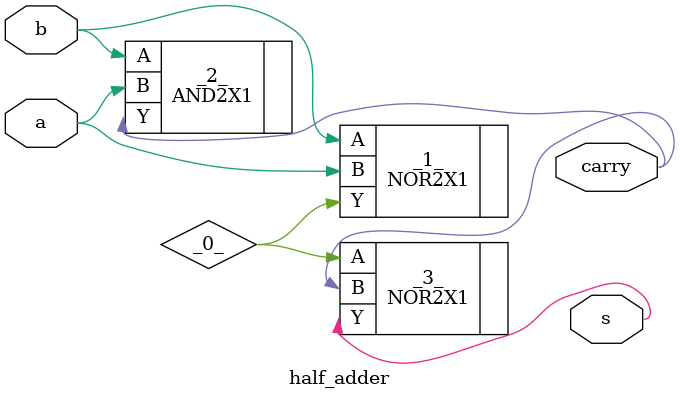
<source format=v>
/* Generated by Yosys 0.7 (git sha1 61f6811, gcc 5.4.0-6ubuntu1~16.04.4 -O2 -fstack-protector-strong -fPIC -Os) */

module CSA(clk, rst, x, y, s);
  wire _0_;
  wire _1_;
  wire _2_;
  wire _3_;
  wire car1;
  input clk;
  wire dscin;
  wire dsumin;
  wire hsum1;
  input rst;
  output s;
  wire sc;
  input x;
  input y;
  XOR2X1 _4_ (
    .A(hsum1),
    .B(x),
    .Y(dsumin)
  );
  INVX2 _5_ (
    .A(car1),
    .Y(_1_)
  );
  NAND3X1 _6_ (
    .A(hsum1),
    .B(x),
    .C(_1_),
    .Y(_2_)
  );
  NAND2X1 _7_ (
    .A(hsum1),
    .B(x),
    .Y(_3_)
  );
  NAND2X1 _8_ (
    .A(car1),
    .B(_3_),
    .Y(_0_)
  );
  NAND2X1 _9_ (
    .A(_2_),
    .B(_0_),
    .Y(dscin)
  );
  d_flip_flop dsc (
    .clk(clk),
    .d(dscin),
    .q(sc),
    .rst(rst)
  );
  d_flip_flop dsum (
    .clk(clk),
    .d(dsumin),
    .q(s),
    .rst(rst)
  );
  half_adder hd1 (
    .a(y),
    .b(sc),
    .carry(car1),
    .s(hsum1)
  );
endmodule

module PPM(clk, resetn, MP, MC, start, P, done);
  wire [63:0] _000_;
  wire [63:0] _001_;
  wire [6:0] _002_;
  wire _003_;
  wire _004_;
  wire _005_;
  wire _006_;
  wire _007_;
  wire _008_;
  wire _009_;
  wire _010_;
  wire _011_;
  wire _012_;
  wire _013_;
  wire _014_;
  wire _015_;
  wire _016_;
  wire _017_;
  wire _018_;
  wire _019_;
  wire _020_;
  wire _021_;
  wire _022_;
  wire _023_;
  wire _024_;
  wire _025_;
  wire _026_;
  wire _027_;
  wire _028_;
  wire _029_;
  wire _030_;
  wire _031_;
  wire _032_;
  wire _033_;
  wire _034_;
  wire _035_;
  wire _036_;
  wire _037_;
  wire _038_;
  wire _039_;
  wire _040_;
  wire _041_;
  wire _042_;
  wire _043_;
  wire _044_;
  wire _045_;
  wire _046_;
  wire _047_;
  wire _048_;
  wire _049_;
  wire _050_;
  wire _051_;
  wire _052_;
  wire _053_;
  wire _054_;
  wire _055_;
  wire _056_;
  wire _057_;
  wire _058_;
  wire _059_;
  wire _060_;
  wire _061_;
  wire _062_;
  wire _063_;
  wire _064_;
  wire _065_;
  wire _066_;
  wire _067_;
  wire _068_;
  wire _069_;
  wire _070_;
  wire _071_;
  wire _072_;
  wire _073_;
  wire _074_;
  wire _075_;
  wire _076_;
  wire _077_;
  wire _078_;
  wire _079_;
  wire _080_;
  wire _081_;
  wire _082_;
  wire _083_;
  wire _084_;
  wire _085_;
  wire _086_;
  wire _087_;
  wire _088_;
  wire _089_;
  wire _090_;
  wire _091_;
  wire _092_;
  wire _093_;
  wire _094_;
  wire _095_;
  wire _096_;
  wire _097_;
  wire _098_;
  wire _099_;
  wire _100_;
  wire _101_;
  wire _102_;
  wire _103_;
  wire _104_;
  wire _105_;
  wire _106_;
  wire _107_;
  wire _108_;
  wire _109_;
  wire _110_;
  wire _111_;
  wire _112_;
  wire _113_;
  wire _114_;
  wire _115_;
  wire _116_;
  wire _117_;
  wire _118_;
  wire _119_;
  wire _120_;
  wire _121_;
  wire _122_;
  wire _123_;
  wire _124_;
  wire _125_;
  wire _126_;
  wire _127_;
  wire _128_;
  wire _129_;
  wire _130_;
  wire _131_;
  wire _132_;
  wire _133_;
  wire _134_;
  wire _135_;
  wire _136_;
  wire _137_;
  wire _138_;
  wire _139_;
  wire _140_;
  wire _141_;
  wire _142_;
  wire _143_;
  wire _144_;
  wire _145_;
  wire _146_;
  wire _147_;
  wire _148_;
  wire _149_;
  wire _150_;
  wire _151_;
  wire _152_;
  wire _153_;
  wire _154_;
  wire _155_;
  wire _156_;
  wire _157_;
  wire _158_;
  wire _159_;
  wire _160_;
  wire _161_;
  wire _162_;
  wire _163_;
  wire _164_;
  wire _165_;
  wire _166_;
  wire _167_;
  wire _168_;
  wire _169_;
  wire _170_;
  wire _171_;
  wire _172_;
  wire _173_;
  wire _174_;
  wire _175_;
  wire _176_;
  wire _177_;
  wire _178_;
  wire _179_;
  wire _180_;
  wire _181_;
  wire _182_;
  wire _183_;
  wire _184_;
  wire _185_;
  wire _186_;
  wire _187_;
  wire _188_;
  wire _189_;
  wire _190_;
  wire _191_;
  wire _192_;
  wire _193_;
  wire _194_;
  wire _195_;
  wire _196_;
  wire _197_;
  wire _198_;
  wire _199_;
  wire _200_;
  wire _201_;
  wire _202_;
  wire _203_;
  wire _204_;
  wire _205_;
  wire _206_;
  wire _207_;
  wire _208_;
  wire _209_;
  wire _210_;
  wire _211_;
  wire _212_;
  wire _213_;
  wire _214_;
  wire _215_;
  wire _216_;
  wire _217_;
  wire _218_;
  wire _219_;
  wire _220_;
  wire _221_;
  wire _222_;
  wire _223_;
  wire _224_;
  wire _225_;
  wire _226_;
  wire _227_;
  wire _228_;
  wire _229_;
  wire _230_;
  wire _231_;
  wire _232_;
  wire _233_;
  wire _234_;
  wire _235_;
  wire _236_;
  wire _237_;
  wire _238_;
  wire _239_;
  wire _240_;
  wire _241_;
  wire _242_;
  wire _243_;
  wire _244_;
  wire _245_;
  wire _246_;
  wire _247_;
  wire _248_;
  wire _249_;
  wire _250_;
  wire _251_;
  wire _252_;
  wire _253_;
  wire _254_;
  wire _255_;
  wire _256_;
  wire _257_;
  wire _258_;
  wire _259_;
  wire _260_;
  wire _261_;
  wire _262_;
  wire _263_;
  wire _264_;
  wire _265_;
  wire _266_;
  wire _267_;
  wire _268_;
  wire _269_;
  wire _270_;
  wire _271_;
  wire _272_;
  wire _273_;
  wire _274_;
  wire _275_;
  wire _276_;
  wire _277_;
  wire _278_;
  wire _279_;
  wire _280_;
  wire _281_;
  wire _282_;
  wire _283_;
  wire _284_;
  wire _285_;
  wire _286_;
  wire _287_;
  wire _288_;
  wire _289_;
  wire _290_;
  wire _291_;
  wire _292_;
  wire _293_;
  wire _294_;
  wire _295_;
  wire _296_;
  wire _297_;
  wire _298_;
  wire _299_;
  wire _300_;
  wire _301_;
  wire _302_;
  wire _303_;
  wire _304_;
  wire _305_;
  wire _306_;
  wire _307_;
  wire _308_;
  wire _309_;
  wire _310_;
  wire _311_;
  input [31:0] MC;
  input [31:0] MP;
  output [63:0] P;
  wire [63:0] Product;
  input clk;
  wire [6:0] counter;
  output done;
  wire resetk;
  input resetn;
  wire spmout;
  input start;
  wire yin;
  NOR2X1 _312_ (
    .A(counter[4]),
    .B(counter[3]),
    .Y(_004_)
  );
  NOR2X1 _313_ (
    .A(counter[0]),
    .B(counter[1]),
    .Y(_005_)
  );
  NOR2X1 _314_ (
    .A(counter[5]),
    .B(counter[2]),
    .Y(_006_)
  );
  NAND3X1 _315_ (
    .A(_004_),
    .B(_005_),
    .C(_006_),
    .Y(_007_)
  );
  NAND2X1 _316_ (
    .A(counter[6]),
    .B(_007_),
    .Y(_008_)
  );
  INVX8 _317_ (
    .A(start),
    .Y(_009_)
  );
  OAI21X1 _318_ (
    .A(counter[0]),
    .B(_008_),
    .C(_009_),
    .Y(_010_)
  );
  AOI21X1 _319_ (
    .A(counter[0]),
    .B(_008_),
    .C(_010_),
    .Y(_002_[0])
  );
  INVX1 _320_ (
    .A(counter[6]),
    .Y(_011_)
  );
  AOI21X1 _321_ (
    .A(_011_),
    .B(counter[0]),
    .C(counter[1]),
    .Y(_012_)
  );
  NAND2X1 _322_ (
    .A(counter[0]),
    .B(counter[1]),
    .Y(_013_)
  );
  OAI21X1 _323_ (
    .A(counter[6]),
    .B(_013_),
    .C(_009_),
    .Y(_014_)
  );
  NOR2X1 _324_ (
    .A(_012_),
    .B(_014_),
    .Y(_002_[1])
  );
  NOR2X1 _325_ (
    .A(counter[6]),
    .B(_013_),
    .Y(_015_)
  );
  AND2X2 _326_ (
    .A(_015_),
    .B(counter[2]),
    .Y(_016_)
  );
  OAI21X1 _327_ (
    .A(counter[2]),
    .B(_015_),
    .C(_009_),
    .Y(_017_)
  );
  NOR2X1 _328_ (
    .A(_016_),
    .B(_017_),
    .Y(_002_[2])
  );
  OAI21X1 _329_ (
    .A(counter[3]),
    .B(_016_),
    .C(_009_),
    .Y(_018_)
  );
  AOI21X1 _330_ (
    .A(counter[3]),
    .B(_016_),
    .C(_018_),
    .Y(_002_[3])
  );
  INVX1 _331_ (
    .A(counter[4]),
    .Y(_019_)
  );
  NAND2X1 _332_ (
    .A(counter[3]),
    .B(_016_),
    .Y(_020_)
  );
  INVX2 _333_ (
    .A(_008_),
    .Y(_021_)
  );
  NAND2X1 _334_ (
    .A(counter[4]),
    .B(counter[2]),
    .Y(_022_)
  );
  INVX1 _335_ (
    .A(counter[3]),
    .Y(_023_)
  );
  OR2X2 _336_ (
    .A(_013_),
    .B(_023_),
    .Y(_024_)
  );
  NOR2X1 _337_ (
    .A(_022_),
    .B(_024_),
    .Y(_025_)
  );
  INVX1 _338_ (
    .A(_025_),
    .Y(_026_)
  );
  OAI21X1 _339_ (
    .A(_021_),
    .B(_026_),
    .C(_009_),
    .Y(_027_)
  );
  AOI21X1 _340_ (
    .A(_019_),
    .B(_020_),
    .C(_027_),
    .Y(_002_[4])
  );
  INVX1 _341_ (
    .A(counter[5]),
    .Y(_028_)
  );
  NAND2X1 _342_ (
    .A(_008_),
    .B(_025_),
    .Y(_029_)
  );
  OAI21X1 _343_ (
    .A(_028_),
    .B(_029_),
    .C(_009_),
    .Y(_030_)
  );
  AOI21X1 _344_ (
    .A(_028_),
    .B(_029_),
    .C(_030_),
    .Y(_002_[5])
  );
  OAI21X1 _345_ (
    .A(_028_),
    .B(_026_),
    .C(_011_),
    .Y(_031_)
  );
  AND2X2 _346_ (
    .A(_031_),
    .B(_009_),
    .Y(_002_[6])
  );
  INVX1 _347_ (
    .A(Product[1]),
    .Y(_032_)
  );
  NAND2X1 _348_ (
    .A(_009_),
    .B(_008_),
    .Y(_033_)
  );
  BUFX2 _349_ (
    .A(_033_),
    .Y(_034_)
  );
  BUFX2 _350_ (
    .A(_034_),
    .Y(_035_)
  );
  NAND2X1 _351_ (
    .A(_009_),
    .B(_021_),
    .Y(_036_)
  );
  INVX2 _352_ (
    .A(_036_),
    .Y(_037_)
  );
  BUFX2 _353_ (
    .A(_037_),
    .Y(_038_)
  );
  NAND2X1 _354_ (
    .A(Product[0]),
    .B(_038_),
    .Y(_039_)
  );
  OAI21X1 _355_ (
    .A(_032_),
    .B(_035_),
    .C(_039_),
    .Y(_001_[0])
  );
  INVX1 _356_ (
    .A(Product[2]),
    .Y(_040_)
  );
  NAND2X1 _357_ (
    .A(Product[1]),
    .B(_038_),
    .Y(_041_)
  );
  OAI21X1 _358_ (
    .A(_040_),
    .B(_035_),
    .C(_041_),
    .Y(_001_[1])
  );
  INVX1 _359_ (
    .A(Product[3]),
    .Y(_042_)
  );
  NAND2X1 _360_ (
    .A(Product[2]),
    .B(_038_),
    .Y(_043_)
  );
  OAI21X1 _361_ (
    .A(_042_),
    .B(_035_),
    .C(_043_),
    .Y(_001_[2])
  );
  INVX1 _362_ (
    .A(Product[4]),
    .Y(_044_)
  );
  NAND2X1 _363_ (
    .A(Product[3]),
    .B(_038_),
    .Y(_045_)
  );
  OAI21X1 _364_ (
    .A(_044_),
    .B(_035_),
    .C(_045_),
    .Y(_001_[3])
  );
  INVX1 _365_ (
    .A(Product[5]),
    .Y(_046_)
  );
  NAND2X1 _366_ (
    .A(Product[4]),
    .B(_038_),
    .Y(_047_)
  );
  OAI21X1 _367_ (
    .A(_046_),
    .B(_035_),
    .C(_047_),
    .Y(_001_[4])
  );
  INVX1 _368_ (
    .A(Product[6]),
    .Y(_048_)
  );
  BUFX4 _369_ (
    .A(_037_),
    .Y(_049_)
  );
  BUFX4 _370_ (
    .A(_049_),
    .Y(_050_)
  );
  NAND2X1 _371_ (
    .A(Product[5]),
    .B(_050_),
    .Y(_051_)
  );
  OAI21X1 _372_ (
    .A(_048_),
    .B(_035_),
    .C(_051_),
    .Y(_001_[5])
  );
  INVX1 _373_ (
    .A(Product[7]),
    .Y(_052_)
  );
  NAND2X1 _374_ (
    .A(Product[6]),
    .B(_050_),
    .Y(_053_)
  );
  OAI21X1 _375_ (
    .A(_052_),
    .B(_035_),
    .C(_053_),
    .Y(_001_[6])
  );
  INVX1 _376_ (
    .A(Product[8]),
    .Y(_054_)
  );
  NAND2X1 _377_ (
    .A(Product[7]),
    .B(_050_),
    .Y(_055_)
  );
  OAI21X1 _378_ (
    .A(_054_),
    .B(_035_),
    .C(_055_),
    .Y(_001_[7])
  );
  INVX1 _379_ (
    .A(Product[9]),
    .Y(_056_)
  );
  NAND2X1 _380_ (
    .A(Product[8]),
    .B(_050_),
    .Y(_057_)
  );
  OAI21X1 _381_ (
    .A(_056_),
    .B(_035_),
    .C(_057_),
    .Y(_001_[8])
  );
  INVX1 _382_ (
    .A(Product[10]),
    .Y(_058_)
  );
  NAND2X1 _383_ (
    .A(Product[9]),
    .B(_050_),
    .Y(_059_)
  );
  OAI21X1 _384_ (
    .A(_058_),
    .B(_035_),
    .C(_059_),
    .Y(_001_[9])
  );
  INVX1 _385_ (
    .A(Product[11]),
    .Y(_060_)
  );
  BUFX2 _386_ (
    .A(_034_),
    .Y(_061_)
  );
  NAND2X1 _387_ (
    .A(Product[10]),
    .B(_050_),
    .Y(_062_)
  );
  OAI21X1 _388_ (
    .A(_060_),
    .B(_061_),
    .C(_062_),
    .Y(_001_[10])
  );
  INVX1 _389_ (
    .A(Product[12]),
    .Y(_063_)
  );
  NAND2X1 _390_ (
    .A(Product[11]),
    .B(_050_),
    .Y(_064_)
  );
  OAI21X1 _391_ (
    .A(_063_),
    .B(_061_),
    .C(_064_),
    .Y(_001_[11])
  );
  INVX1 _392_ (
    .A(Product[13]),
    .Y(_065_)
  );
  NAND2X1 _393_ (
    .A(Product[12]),
    .B(_050_),
    .Y(_066_)
  );
  OAI21X1 _394_ (
    .A(_065_),
    .B(_061_),
    .C(_066_),
    .Y(_001_[12])
  );
  INVX1 _395_ (
    .A(Product[14]),
    .Y(_067_)
  );
  NAND2X1 _396_ (
    .A(Product[13]),
    .B(_050_),
    .Y(_068_)
  );
  OAI21X1 _397_ (
    .A(_067_),
    .B(_061_),
    .C(_068_),
    .Y(_001_[13])
  );
  INVX1 _398_ (
    .A(Product[15]),
    .Y(_069_)
  );
  NAND2X1 _399_ (
    .A(Product[14]),
    .B(_050_),
    .Y(_070_)
  );
  OAI21X1 _400_ (
    .A(_069_),
    .B(_061_),
    .C(_070_),
    .Y(_001_[14])
  );
  INVX1 _401_ (
    .A(Product[16]),
    .Y(_071_)
  );
  BUFX4 _402_ (
    .A(_049_),
    .Y(_072_)
  );
  NAND2X1 _403_ (
    .A(Product[15]),
    .B(_072_),
    .Y(_073_)
  );
  OAI21X1 _404_ (
    .A(_071_),
    .B(_061_),
    .C(_073_),
    .Y(_001_[15])
  );
  INVX1 _405_ (
    .A(Product[17]),
    .Y(_074_)
  );
  NAND2X1 _406_ (
    .A(Product[16]),
    .B(_072_),
    .Y(_075_)
  );
  OAI21X1 _407_ (
    .A(_074_),
    .B(_061_),
    .C(_075_),
    .Y(_001_[16])
  );
  INVX1 _408_ (
    .A(Product[18]),
    .Y(_076_)
  );
  NAND2X1 _409_ (
    .A(Product[17]),
    .B(_072_),
    .Y(_077_)
  );
  OAI21X1 _410_ (
    .A(_076_),
    .B(_061_),
    .C(_077_),
    .Y(_001_[17])
  );
  INVX1 _411_ (
    .A(Product[19]),
    .Y(_078_)
  );
  NAND2X1 _412_ (
    .A(Product[18]),
    .B(_072_),
    .Y(_079_)
  );
  OAI21X1 _413_ (
    .A(_078_),
    .B(_061_),
    .C(_079_),
    .Y(_001_[18])
  );
  INVX1 _414_ (
    .A(Product[20]),
    .Y(_080_)
  );
  NAND2X1 _415_ (
    .A(Product[19]),
    .B(_072_),
    .Y(_081_)
  );
  OAI21X1 _416_ (
    .A(_080_),
    .B(_061_),
    .C(_081_),
    .Y(_001_[19])
  );
  INVX1 _417_ (
    .A(Product[21]),
    .Y(_082_)
  );
  BUFX2 _418_ (
    .A(_034_),
    .Y(_083_)
  );
  NAND2X1 _419_ (
    .A(Product[20]),
    .B(_072_),
    .Y(_084_)
  );
  OAI21X1 _420_ (
    .A(_082_),
    .B(_083_),
    .C(_084_),
    .Y(_001_[20])
  );
  INVX1 _421_ (
    .A(Product[22]),
    .Y(_085_)
  );
  NAND2X1 _422_ (
    .A(Product[21]),
    .B(_072_),
    .Y(_086_)
  );
  OAI21X1 _423_ (
    .A(_085_),
    .B(_083_),
    .C(_086_),
    .Y(_001_[21])
  );
  INVX1 _424_ (
    .A(Product[23]),
    .Y(_087_)
  );
  NAND2X1 _425_ (
    .A(Product[22]),
    .B(_072_),
    .Y(_088_)
  );
  OAI21X1 _426_ (
    .A(_087_),
    .B(_083_),
    .C(_088_),
    .Y(_001_[22])
  );
  INVX1 _427_ (
    .A(Product[24]),
    .Y(_089_)
  );
  NAND2X1 _428_ (
    .A(Product[23]),
    .B(_072_),
    .Y(_090_)
  );
  OAI21X1 _429_ (
    .A(_089_),
    .B(_083_),
    .C(_090_),
    .Y(_001_[23])
  );
  INVX1 _430_ (
    .A(Product[25]),
    .Y(_091_)
  );
  NAND2X1 _431_ (
    .A(Product[24]),
    .B(_072_),
    .Y(_092_)
  );
  OAI21X1 _432_ (
    .A(_091_),
    .B(_083_),
    .C(_092_),
    .Y(_001_[24])
  );
  INVX1 _433_ (
    .A(Product[26]),
    .Y(_093_)
  );
  BUFX4 _434_ (
    .A(_049_),
    .Y(_094_)
  );
  NAND2X1 _435_ (
    .A(Product[25]),
    .B(_094_),
    .Y(_095_)
  );
  OAI21X1 _436_ (
    .A(_093_),
    .B(_083_),
    .C(_095_),
    .Y(_001_[25])
  );
  INVX1 _437_ (
    .A(Product[27]),
    .Y(_096_)
  );
  NAND2X1 _438_ (
    .A(Product[26]),
    .B(_094_),
    .Y(_097_)
  );
  OAI21X1 _439_ (
    .A(_096_),
    .B(_083_),
    .C(_097_),
    .Y(_001_[26])
  );
  INVX1 _440_ (
    .A(Product[28]),
    .Y(_098_)
  );
  NAND2X1 _441_ (
    .A(Product[27]),
    .B(_094_),
    .Y(_099_)
  );
  OAI21X1 _442_ (
    .A(_098_),
    .B(_083_),
    .C(_099_),
    .Y(_001_[27])
  );
  INVX1 _443_ (
    .A(Product[29]),
    .Y(_100_)
  );
  NAND2X1 _444_ (
    .A(Product[28]),
    .B(_094_),
    .Y(_101_)
  );
  OAI21X1 _445_ (
    .A(_100_),
    .B(_083_),
    .C(_101_),
    .Y(_001_[28])
  );
  INVX1 _446_ (
    .A(Product[30]),
    .Y(_102_)
  );
  NAND2X1 _447_ (
    .A(Product[29]),
    .B(_094_),
    .Y(_103_)
  );
  OAI21X1 _448_ (
    .A(_102_),
    .B(_083_),
    .C(_103_),
    .Y(_001_[29])
  );
  INVX1 _449_ (
    .A(Product[31]),
    .Y(_104_)
  );
  BUFX2 _450_ (
    .A(_034_),
    .Y(_105_)
  );
  NAND2X1 _451_ (
    .A(Product[30]),
    .B(_094_),
    .Y(_106_)
  );
  OAI21X1 _452_ (
    .A(_104_),
    .B(_105_),
    .C(_106_),
    .Y(_001_[30])
  );
  INVX1 _453_ (
    .A(Product[32]),
    .Y(_107_)
  );
  NAND2X1 _454_ (
    .A(Product[31]),
    .B(_094_),
    .Y(_108_)
  );
  OAI21X1 _455_ (
    .A(_107_),
    .B(_105_),
    .C(_108_),
    .Y(_001_[31])
  );
  INVX1 _456_ (
    .A(Product[33]),
    .Y(_109_)
  );
  NAND2X1 _457_ (
    .A(Product[32]),
    .B(_094_),
    .Y(_110_)
  );
  OAI21X1 _458_ (
    .A(_109_),
    .B(_105_),
    .C(_110_),
    .Y(_001_[32])
  );
  INVX1 _459_ (
    .A(Product[34]),
    .Y(_111_)
  );
  NAND2X1 _460_ (
    .A(Product[33]),
    .B(_094_),
    .Y(_112_)
  );
  OAI21X1 _461_ (
    .A(_111_),
    .B(_105_),
    .C(_112_),
    .Y(_001_[33])
  );
  INVX1 _462_ (
    .A(Product[35]),
    .Y(_113_)
  );
  NAND2X1 _463_ (
    .A(Product[34]),
    .B(_094_),
    .Y(_114_)
  );
  OAI21X1 _464_ (
    .A(_113_),
    .B(_105_),
    .C(_114_),
    .Y(_001_[34])
  );
  INVX1 _465_ (
    .A(Product[36]),
    .Y(_115_)
  );
  BUFX4 _466_ (
    .A(_049_),
    .Y(_116_)
  );
  NAND2X1 _467_ (
    .A(Product[35]),
    .B(_116_),
    .Y(_117_)
  );
  OAI21X1 _468_ (
    .A(_115_),
    .B(_105_),
    .C(_117_),
    .Y(_001_[35])
  );
  INVX1 _469_ (
    .A(Product[37]),
    .Y(_118_)
  );
  NAND2X1 _470_ (
    .A(Product[36]),
    .B(_116_),
    .Y(_119_)
  );
  OAI21X1 _471_ (
    .A(_118_),
    .B(_105_),
    .C(_119_),
    .Y(_001_[36])
  );
  INVX1 _472_ (
    .A(Product[38]),
    .Y(_120_)
  );
  NAND2X1 _473_ (
    .A(Product[37]),
    .B(_116_),
    .Y(_121_)
  );
  OAI21X1 _474_ (
    .A(_120_),
    .B(_105_),
    .C(_121_),
    .Y(_001_[37])
  );
  INVX1 _475_ (
    .A(Product[39]),
    .Y(_122_)
  );
  NAND2X1 _476_ (
    .A(Product[38]),
    .B(_116_),
    .Y(_123_)
  );
  OAI21X1 _477_ (
    .A(_122_),
    .B(_105_),
    .C(_123_),
    .Y(_001_[38])
  );
  INVX1 _478_ (
    .A(Product[40]),
    .Y(_124_)
  );
  NAND2X1 _479_ (
    .A(Product[39]),
    .B(_116_),
    .Y(_125_)
  );
  OAI21X1 _480_ (
    .A(_124_),
    .B(_105_),
    .C(_125_),
    .Y(_001_[39])
  );
  INVX1 _481_ (
    .A(Product[41]),
    .Y(_126_)
  );
  BUFX2 _482_ (
    .A(_034_),
    .Y(_127_)
  );
  NAND2X1 _483_ (
    .A(Product[40]),
    .B(_116_),
    .Y(_128_)
  );
  OAI21X1 _484_ (
    .A(_126_),
    .B(_127_),
    .C(_128_),
    .Y(_001_[40])
  );
  INVX1 _485_ (
    .A(Product[42]),
    .Y(_129_)
  );
  NAND2X1 _486_ (
    .A(Product[41]),
    .B(_116_),
    .Y(_130_)
  );
  OAI21X1 _487_ (
    .A(_129_),
    .B(_127_),
    .C(_130_),
    .Y(_001_[41])
  );
  INVX1 _488_ (
    .A(Product[43]),
    .Y(_131_)
  );
  NAND2X1 _489_ (
    .A(Product[42]),
    .B(_116_),
    .Y(_132_)
  );
  OAI21X1 _490_ (
    .A(_131_),
    .B(_127_),
    .C(_132_),
    .Y(_001_[42])
  );
  INVX1 _491_ (
    .A(Product[44]),
    .Y(_133_)
  );
  NAND2X1 _492_ (
    .A(Product[43]),
    .B(_116_),
    .Y(_134_)
  );
  OAI21X1 _493_ (
    .A(_133_),
    .B(_127_),
    .C(_134_),
    .Y(_001_[43])
  );
  INVX1 _494_ (
    .A(Product[45]),
    .Y(_135_)
  );
  NAND2X1 _495_ (
    .A(Product[44]),
    .B(_116_),
    .Y(_136_)
  );
  OAI21X1 _496_ (
    .A(_135_),
    .B(_127_),
    .C(_136_),
    .Y(_001_[44])
  );
  INVX1 _497_ (
    .A(Product[46]),
    .Y(_137_)
  );
  BUFX4 _498_ (
    .A(_049_),
    .Y(_138_)
  );
  NAND2X1 _499_ (
    .A(Product[45]),
    .B(_138_),
    .Y(_139_)
  );
  OAI21X1 _500_ (
    .A(_137_),
    .B(_127_),
    .C(_139_),
    .Y(_001_[45])
  );
  INVX1 _501_ (
    .A(Product[47]),
    .Y(_140_)
  );
  NAND2X1 _502_ (
    .A(Product[46]),
    .B(_138_),
    .Y(_141_)
  );
  OAI21X1 _503_ (
    .A(_140_),
    .B(_127_),
    .C(_141_),
    .Y(_001_[46])
  );
  INVX1 _504_ (
    .A(Product[48]),
    .Y(_142_)
  );
  NAND2X1 _505_ (
    .A(Product[47]),
    .B(_138_),
    .Y(_143_)
  );
  OAI21X1 _506_ (
    .A(_142_),
    .B(_127_),
    .C(_143_),
    .Y(_001_[47])
  );
  INVX1 _507_ (
    .A(Product[49]),
    .Y(_144_)
  );
  NAND2X1 _508_ (
    .A(Product[48]),
    .B(_138_),
    .Y(_145_)
  );
  OAI21X1 _509_ (
    .A(_144_),
    .B(_127_),
    .C(_145_),
    .Y(_001_[48])
  );
  INVX1 _510_ (
    .A(Product[50]),
    .Y(_146_)
  );
  NAND2X1 _511_ (
    .A(Product[49]),
    .B(_138_),
    .Y(_147_)
  );
  OAI21X1 _512_ (
    .A(_146_),
    .B(_127_),
    .C(_147_),
    .Y(_001_[49])
  );
  INVX1 _513_ (
    .A(Product[51]),
    .Y(_148_)
  );
  BUFX4 _514_ (
    .A(_034_),
    .Y(_149_)
  );
  NAND2X1 _515_ (
    .A(Product[50]),
    .B(_138_),
    .Y(_150_)
  );
  OAI21X1 _516_ (
    .A(_148_),
    .B(_149_),
    .C(_150_),
    .Y(_001_[50])
  );
  INVX1 _517_ (
    .A(Product[52]),
    .Y(_151_)
  );
  NAND2X1 _518_ (
    .A(Product[51]),
    .B(_138_),
    .Y(_152_)
  );
  OAI21X1 _519_ (
    .A(_151_),
    .B(_149_),
    .C(_152_),
    .Y(_001_[51])
  );
  INVX1 _520_ (
    .A(Product[53]),
    .Y(_153_)
  );
  NAND2X1 _521_ (
    .A(Product[52]),
    .B(_138_),
    .Y(_154_)
  );
  OAI21X1 _522_ (
    .A(_153_),
    .B(_149_),
    .C(_154_),
    .Y(_001_[52])
  );
  INVX1 _523_ (
    .A(Product[54]),
    .Y(_155_)
  );
  NAND2X1 _524_ (
    .A(Product[53]),
    .B(_138_),
    .Y(_156_)
  );
  OAI21X1 _525_ (
    .A(_155_),
    .B(_149_),
    .C(_156_),
    .Y(_001_[53])
  );
  INVX1 _526_ (
    .A(Product[55]),
    .Y(_157_)
  );
  NAND2X1 _527_ (
    .A(Product[54]),
    .B(_138_),
    .Y(_158_)
  );
  OAI21X1 _528_ (
    .A(_157_),
    .B(_149_),
    .C(_158_),
    .Y(_001_[54])
  );
  INVX1 _529_ (
    .A(Product[56]),
    .Y(_159_)
  );
  BUFX4 _530_ (
    .A(_037_),
    .Y(_160_)
  );
  NAND2X1 _531_ (
    .A(Product[55]),
    .B(_160_),
    .Y(_161_)
  );
  OAI21X1 _532_ (
    .A(_159_),
    .B(_149_),
    .C(_161_),
    .Y(_001_[55])
  );
  INVX1 _533_ (
    .A(Product[57]),
    .Y(_162_)
  );
  NAND2X1 _534_ (
    .A(Product[56]),
    .B(_160_),
    .Y(_163_)
  );
  OAI21X1 _535_ (
    .A(_162_),
    .B(_149_),
    .C(_163_),
    .Y(_001_[56])
  );
  INVX1 _536_ (
    .A(Product[58]),
    .Y(_164_)
  );
  NAND2X1 _537_ (
    .A(Product[57]),
    .B(_160_),
    .Y(_165_)
  );
  OAI21X1 _538_ (
    .A(_164_),
    .B(_149_),
    .C(_165_),
    .Y(_001_[57])
  );
  INVX1 _539_ (
    .A(Product[59]),
    .Y(_166_)
  );
  NAND2X1 _540_ (
    .A(Product[58]),
    .B(_160_),
    .Y(_167_)
  );
  OAI21X1 _541_ (
    .A(_166_),
    .B(_149_),
    .C(_167_),
    .Y(_001_[58])
  );
  INVX1 _542_ (
    .A(Product[60]),
    .Y(_168_)
  );
  NAND2X1 _543_ (
    .A(Product[59]),
    .B(_160_),
    .Y(_169_)
  );
  OAI21X1 _544_ (
    .A(_168_),
    .B(_149_),
    .C(_169_),
    .Y(_001_[59])
  );
  INVX1 _545_ (
    .A(Product[61]),
    .Y(_170_)
  );
  NAND2X1 _546_ (
    .A(Product[60]),
    .B(_160_),
    .Y(_171_)
  );
  OAI21X1 _547_ (
    .A(_170_),
    .B(_034_),
    .C(_171_),
    .Y(_001_[60])
  );
  INVX1 _548_ (
    .A(Product[62]),
    .Y(_172_)
  );
  NAND2X1 _549_ (
    .A(Product[61]),
    .B(_160_),
    .Y(_173_)
  );
  OAI21X1 _550_ (
    .A(_172_),
    .B(_034_),
    .C(_173_),
    .Y(_001_[61])
  );
  INVX1 _551_ (
    .A(Product[63]),
    .Y(_174_)
  );
  NAND2X1 _552_ (
    .A(Product[62]),
    .B(_160_),
    .Y(_175_)
  );
  OAI21X1 _553_ (
    .A(_174_),
    .B(_034_),
    .C(_175_),
    .Y(_001_[62])
  );
  INVX1 _554_ (
    .A(spmout),
    .Y(_176_)
  );
  NAND2X1 _555_ (
    .A(Product[63]),
    .B(_160_),
    .Y(_177_)
  );
  OAI21X1 _556_ (
    .A(_176_),
    .B(_034_),
    .C(_177_),
    .Y(_001_[63])
  );
  BUFX4 _557_ (
    .A(_160_),
    .Y(_003_)
  );
  INVX1 _558_ (
    .A(P[0]),
    .Y(_178_)
  );
  OAI21X1 _559_ (
    .A(_178_),
    .B(_003_),
    .C(_039_),
    .Y(_000_[0])
  );
  INVX1 _560_ (
    .A(P[1]),
    .Y(_179_)
  );
  OAI21X1 _561_ (
    .A(_179_),
    .B(_003_),
    .C(_041_),
    .Y(_000_[1])
  );
  INVX1 _562_ (
    .A(P[2]),
    .Y(_180_)
  );
  OAI21X1 _563_ (
    .A(_180_),
    .B(_003_),
    .C(_043_),
    .Y(_000_[2])
  );
  INVX1 _564_ (
    .A(P[3]),
    .Y(_181_)
  );
  OAI21X1 _565_ (
    .A(_181_),
    .B(_003_),
    .C(_045_),
    .Y(_000_[3])
  );
  INVX1 _566_ (
    .A(P[4]),
    .Y(_182_)
  );
  OAI21X1 _567_ (
    .A(_182_),
    .B(_003_),
    .C(_047_),
    .Y(_000_[4])
  );
  INVX1 _568_ (
    .A(P[5]),
    .Y(_183_)
  );
  OAI21X1 _569_ (
    .A(_183_),
    .B(_003_),
    .C(_051_),
    .Y(_000_[5])
  );
  INVX1 _570_ (
    .A(P[6]),
    .Y(_184_)
  );
  OAI21X1 _571_ (
    .A(_184_),
    .B(_003_),
    .C(_053_),
    .Y(_000_[6])
  );
  INVX1 _572_ (
    .A(P[7]),
    .Y(_185_)
  );
  OAI21X1 _573_ (
    .A(_185_),
    .B(_003_),
    .C(_055_),
    .Y(_000_[7])
  );
  INVX1 _574_ (
    .A(P[8]),
    .Y(_186_)
  );
  OAI21X1 _575_ (
    .A(_186_),
    .B(_003_),
    .C(_057_),
    .Y(_000_[8])
  );
  INVX1 _576_ (
    .A(P[9]),
    .Y(_187_)
  );
  BUFX4 _577_ (
    .A(_049_),
    .Y(_188_)
  );
  OAI21X1 _578_ (
    .A(_187_),
    .B(_188_),
    .C(_059_),
    .Y(_000_[9])
  );
  INVX1 _579_ (
    .A(P[10]),
    .Y(_189_)
  );
  OAI21X1 _580_ (
    .A(_189_),
    .B(_188_),
    .C(_062_),
    .Y(_000_[10])
  );
  INVX1 _581_ (
    .A(P[11]),
    .Y(_190_)
  );
  OAI21X1 _582_ (
    .A(_190_),
    .B(_188_),
    .C(_064_),
    .Y(_000_[11])
  );
  INVX1 _583_ (
    .A(P[12]),
    .Y(_191_)
  );
  OAI21X1 _584_ (
    .A(_191_),
    .B(_188_),
    .C(_066_),
    .Y(_000_[12])
  );
  INVX1 _585_ (
    .A(P[13]),
    .Y(_192_)
  );
  OAI21X1 _586_ (
    .A(_192_),
    .B(_188_),
    .C(_068_),
    .Y(_000_[13])
  );
  INVX1 _587_ (
    .A(P[14]),
    .Y(_193_)
  );
  OAI21X1 _588_ (
    .A(_193_),
    .B(_188_),
    .C(_070_),
    .Y(_000_[14])
  );
  INVX1 _589_ (
    .A(P[15]),
    .Y(_194_)
  );
  OAI21X1 _590_ (
    .A(_194_),
    .B(_188_),
    .C(_073_),
    .Y(_000_[15])
  );
  INVX1 _591_ (
    .A(P[16]),
    .Y(_195_)
  );
  OAI21X1 _592_ (
    .A(_195_),
    .B(_188_),
    .C(_075_),
    .Y(_000_[16])
  );
  INVX1 _593_ (
    .A(P[17]),
    .Y(_196_)
  );
  OAI21X1 _594_ (
    .A(_196_),
    .B(_188_),
    .C(_077_),
    .Y(_000_[17])
  );
  INVX1 _595_ (
    .A(P[18]),
    .Y(_197_)
  );
  OAI21X1 _596_ (
    .A(_197_),
    .B(_188_),
    .C(_079_),
    .Y(_000_[18])
  );
  INVX1 _597_ (
    .A(P[19]),
    .Y(_198_)
  );
  BUFX4 _598_ (
    .A(_049_),
    .Y(_199_)
  );
  OAI21X1 _599_ (
    .A(_198_),
    .B(_199_),
    .C(_081_),
    .Y(_000_[19])
  );
  INVX1 _600_ (
    .A(P[20]),
    .Y(_200_)
  );
  OAI21X1 _601_ (
    .A(_200_),
    .B(_199_),
    .C(_084_),
    .Y(_000_[20])
  );
  INVX1 _602_ (
    .A(P[21]),
    .Y(_201_)
  );
  OAI21X1 _603_ (
    .A(_201_),
    .B(_199_),
    .C(_086_),
    .Y(_000_[21])
  );
  INVX1 _604_ (
    .A(P[22]),
    .Y(_202_)
  );
  OAI21X1 _605_ (
    .A(_202_),
    .B(_199_),
    .C(_088_),
    .Y(_000_[22])
  );
  INVX1 _606_ (
    .A(P[23]),
    .Y(_203_)
  );
  OAI21X1 _607_ (
    .A(_203_),
    .B(_199_),
    .C(_090_),
    .Y(_000_[23])
  );
  INVX1 _608_ (
    .A(P[24]),
    .Y(_204_)
  );
  OAI21X1 _609_ (
    .A(_204_),
    .B(_199_),
    .C(_092_),
    .Y(_000_[24])
  );
  INVX1 _610_ (
    .A(P[25]),
    .Y(_205_)
  );
  OAI21X1 _611_ (
    .A(_205_),
    .B(_199_),
    .C(_095_),
    .Y(_000_[25])
  );
  INVX1 _612_ (
    .A(P[26]),
    .Y(_206_)
  );
  OAI21X1 _613_ (
    .A(_206_),
    .B(_199_),
    .C(_097_),
    .Y(_000_[26])
  );
  INVX1 _614_ (
    .A(P[27]),
    .Y(_207_)
  );
  OAI21X1 _615_ (
    .A(_207_),
    .B(_199_),
    .C(_099_),
    .Y(_000_[27])
  );
  INVX1 _616_ (
    .A(P[28]),
    .Y(_208_)
  );
  OAI21X1 _617_ (
    .A(_208_),
    .B(_199_),
    .C(_101_),
    .Y(_000_[28])
  );
  INVX1 _618_ (
    .A(P[29]),
    .Y(_209_)
  );
  BUFX4 _619_ (
    .A(_049_),
    .Y(_210_)
  );
  OAI21X1 _620_ (
    .A(_209_),
    .B(_210_),
    .C(_103_),
    .Y(_000_[29])
  );
  INVX1 _621_ (
    .A(P[30]),
    .Y(_211_)
  );
  OAI21X1 _622_ (
    .A(_211_),
    .B(_210_),
    .C(_106_),
    .Y(_000_[30])
  );
  INVX1 _623_ (
    .A(P[31]),
    .Y(_212_)
  );
  OAI21X1 _624_ (
    .A(_212_),
    .B(_210_),
    .C(_108_),
    .Y(_000_[31])
  );
  INVX1 _625_ (
    .A(P[32]),
    .Y(_213_)
  );
  OAI21X1 _626_ (
    .A(_213_),
    .B(_210_),
    .C(_110_),
    .Y(_000_[32])
  );
  INVX1 _627_ (
    .A(P[33]),
    .Y(_214_)
  );
  OAI21X1 _628_ (
    .A(_214_),
    .B(_210_),
    .C(_112_),
    .Y(_000_[33])
  );
  INVX1 _629_ (
    .A(P[34]),
    .Y(_215_)
  );
  OAI21X1 _630_ (
    .A(_215_),
    .B(_210_),
    .C(_114_),
    .Y(_000_[34])
  );
  INVX1 _631_ (
    .A(P[35]),
    .Y(_216_)
  );
  OAI21X1 _632_ (
    .A(_216_),
    .B(_210_),
    .C(_117_),
    .Y(_000_[35])
  );
  INVX1 _633_ (
    .A(P[36]),
    .Y(_217_)
  );
  OAI21X1 _634_ (
    .A(_217_),
    .B(_210_),
    .C(_119_),
    .Y(_000_[36])
  );
  INVX1 _635_ (
    .A(P[37]),
    .Y(_218_)
  );
  OAI21X1 _636_ (
    .A(_218_),
    .B(_210_),
    .C(_121_),
    .Y(_000_[37])
  );
  INVX1 _637_ (
    .A(P[38]),
    .Y(_219_)
  );
  OAI21X1 _638_ (
    .A(_219_),
    .B(_210_),
    .C(_123_),
    .Y(_000_[38])
  );
  INVX1 _639_ (
    .A(P[39]),
    .Y(_220_)
  );
  BUFX4 _640_ (
    .A(_049_),
    .Y(_221_)
  );
  OAI21X1 _641_ (
    .A(_220_),
    .B(_221_),
    .C(_125_),
    .Y(_000_[39])
  );
  INVX1 _642_ (
    .A(P[40]),
    .Y(_222_)
  );
  OAI21X1 _643_ (
    .A(_222_),
    .B(_221_),
    .C(_128_),
    .Y(_000_[40])
  );
  INVX1 _644_ (
    .A(P[41]),
    .Y(_223_)
  );
  OAI21X1 _645_ (
    .A(_223_),
    .B(_221_),
    .C(_130_),
    .Y(_000_[41])
  );
  INVX1 _646_ (
    .A(P[42]),
    .Y(_224_)
  );
  OAI21X1 _647_ (
    .A(_224_),
    .B(_221_),
    .C(_132_),
    .Y(_000_[42])
  );
  INVX1 _648_ (
    .A(P[43]),
    .Y(_225_)
  );
  OAI21X1 _649_ (
    .A(_225_),
    .B(_221_),
    .C(_134_),
    .Y(_000_[43])
  );
  INVX1 _650_ (
    .A(P[44]),
    .Y(_226_)
  );
  OAI21X1 _651_ (
    .A(_226_),
    .B(_221_),
    .C(_136_),
    .Y(_000_[44])
  );
  INVX1 _652_ (
    .A(P[45]),
    .Y(_227_)
  );
  OAI21X1 _653_ (
    .A(_227_),
    .B(_221_),
    .C(_139_),
    .Y(_000_[45])
  );
  INVX1 _654_ (
    .A(P[46]),
    .Y(_228_)
  );
  OAI21X1 _655_ (
    .A(_228_),
    .B(_221_),
    .C(_141_),
    .Y(_000_[46])
  );
  INVX1 _656_ (
    .A(P[47]),
    .Y(_229_)
  );
  OAI21X1 _657_ (
    .A(_229_),
    .B(_221_),
    .C(_143_),
    .Y(_000_[47])
  );
  INVX1 _658_ (
    .A(P[48]),
    .Y(_230_)
  );
  OAI21X1 _659_ (
    .A(_230_),
    .B(_221_),
    .C(_145_),
    .Y(_000_[48])
  );
  INVX1 _660_ (
    .A(P[49]),
    .Y(_231_)
  );
  BUFX4 _661_ (
    .A(_049_),
    .Y(_232_)
  );
  OAI21X1 _662_ (
    .A(_231_),
    .B(_232_),
    .C(_147_),
    .Y(_000_[49])
  );
  INVX1 _663_ (
    .A(P[50]),
    .Y(_233_)
  );
  OAI21X1 _664_ (
    .A(_233_),
    .B(_232_),
    .C(_150_),
    .Y(_000_[50])
  );
  INVX1 _665_ (
    .A(P[51]),
    .Y(_234_)
  );
  OAI21X1 _666_ (
    .A(_234_),
    .B(_232_),
    .C(_152_),
    .Y(_000_[51])
  );
  INVX1 _667_ (
    .A(P[52]),
    .Y(_235_)
  );
  OAI21X1 _668_ (
    .A(_235_),
    .B(_232_),
    .C(_154_),
    .Y(_000_[52])
  );
  INVX1 _669_ (
    .A(P[53]),
    .Y(_236_)
  );
  OAI21X1 _670_ (
    .A(_236_),
    .B(_232_),
    .C(_156_),
    .Y(_000_[53])
  );
  INVX1 _671_ (
    .A(P[54]),
    .Y(_237_)
  );
  OAI21X1 _672_ (
    .A(_237_),
    .B(_232_),
    .C(_158_),
    .Y(_000_[54])
  );
  INVX1 _673_ (
    .A(P[55]),
    .Y(_238_)
  );
  OAI21X1 _674_ (
    .A(_238_),
    .B(_232_),
    .C(_161_),
    .Y(_000_[55])
  );
  INVX1 _675_ (
    .A(P[56]),
    .Y(_239_)
  );
  OAI21X1 _676_ (
    .A(_239_),
    .B(_232_),
    .C(_163_),
    .Y(_000_[56])
  );
  INVX1 _677_ (
    .A(P[57]),
    .Y(_240_)
  );
  OAI21X1 _678_ (
    .A(_240_),
    .B(_232_),
    .C(_165_),
    .Y(_000_[57])
  );
  INVX1 _679_ (
    .A(P[58]),
    .Y(_241_)
  );
  OAI21X1 _680_ (
    .A(_241_),
    .B(_232_),
    .C(_167_),
    .Y(_000_[58])
  );
  INVX1 _681_ (
    .A(P[59]),
    .Y(_242_)
  );
  OAI21X1 _682_ (
    .A(_242_),
    .B(_038_),
    .C(_169_),
    .Y(_000_[59])
  );
  INVX1 _683_ (
    .A(P[60]),
    .Y(_243_)
  );
  OAI21X1 _684_ (
    .A(_243_),
    .B(_038_),
    .C(_171_),
    .Y(_000_[60])
  );
  INVX1 _685_ (
    .A(P[61]),
    .Y(_244_)
  );
  OAI21X1 _686_ (
    .A(_244_),
    .B(_038_),
    .C(_173_),
    .Y(_000_[61])
  );
  INVX1 _687_ (
    .A(P[62]),
    .Y(_245_)
  );
  OAI21X1 _688_ (
    .A(_245_),
    .B(_038_),
    .C(_175_),
    .Y(_000_[62])
  );
  INVX1 _689_ (
    .A(P[63]),
    .Y(_246_)
  );
  OAI21X1 _690_ (
    .A(_246_),
    .B(_038_),
    .C(_177_),
    .Y(_000_[63])
  );
  AND2X2 _691_ (
    .A(_009_),
    .B(resetn),
    .Y(resetk)
  );
  INVX2 _692_ (
    .A(counter[2]),
    .Y(_247_)
  );
  BUFX2 _693_ (
    .A(_247_),
    .Y(_248_)
  );
  INVX1 _694_ (
    .A(MP[19]),
    .Y(_249_)
  );
  OAI21X1 _695_ (
    .A(MP[23]),
    .B(_248_),
    .C(counter[4]),
    .Y(_250_)
  );
  AOI21X1 _696_ (
    .A(_248_),
    .B(_249_),
    .C(_250_),
    .Y(_251_)
  );
  NAND2X1 _697_ (
    .A(_023_),
    .B(_251_),
    .Y(_252_)
  );
  INVX1 _698_ (
    .A(MP[3]),
    .Y(_253_)
  );
  NAND2X1 _699_ (
    .A(counter[2]),
    .B(MP[7]),
    .Y(_254_)
  );
  OAI21X1 _700_ (
    .A(counter[2]),
    .B(_253_),
    .C(_254_),
    .Y(_255_)
  );
  AOI21X1 _701_ (
    .A(_255_),
    .B(_004_),
    .C(_013_),
    .Y(_256_)
  );
  INVX1 _702_ (
    .A(MP[15]),
    .Y(_257_)
  );
  OAI21X1 _703_ (
    .A(counter[2]),
    .B(MP[11]),
    .C(_019_),
    .Y(_258_)
  );
  AOI21X1 _704_ (
    .A(counter[2]),
    .B(_257_),
    .C(_258_),
    .Y(_259_)
  );
  INVX1 _705_ (
    .A(MP[31]),
    .Y(_260_)
  );
  INVX1 _706_ (
    .A(MP[27]),
    .Y(_261_)
  );
  NAND2X1 _707_ (
    .A(counter[4]),
    .B(_248_),
    .Y(_262_)
  );
  OAI22X1 _708_ (
    .A(_260_),
    .B(_022_),
    .C(_261_),
    .D(_262_),
    .Y(_263_)
  );
  OAI21X1 _709_ (
    .A(_259_),
    .B(_263_),
    .C(counter[3]),
    .Y(_264_)
  );
  NAND3X1 _710_ (
    .A(_252_),
    .B(_256_),
    .C(_264_),
    .Y(_265_)
  );
  INVX1 _711_ (
    .A(counter[1]),
    .Y(_266_)
  );
  INVX1 _712_ (
    .A(MP[13]),
    .Y(_267_)
  );
  OAI21X1 _713_ (
    .A(counter[2]),
    .B(MP[9]),
    .C(_019_),
    .Y(_268_)
  );
  AOI21X1 _714_ (
    .A(counter[2]),
    .B(_267_),
    .C(_268_),
    .Y(_269_)
  );
  NAND3X1 _715_ (
    .A(counter[4]),
    .B(counter[2]),
    .C(MP[29]),
    .Y(_270_)
  );
  NAND3X1 _716_ (
    .A(counter[4]),
    .B(MP[25]),
    .C(_248_),
    .Y(_271_)
  );
  NAND3X1 _717_ (
    .A(counter[3]),
    .B(_270_),
    .C(_271_),
    .Y(_272_)
  );
  INVX1 _718_ (
    .A(MP[5]),
    .Y(_273_)
  );
  OAI21X1 _719_ (
    .A(counter[2]),
    .B(MP[1]),
    .C(_019_),
    .Y(_274_)
  );
  AOI21X1 _720_ (
    .A(counter[2]),
    .B(_273_),
    .C(_274_),
    .Y(_275_)
  );
  NAND3X1 _721_ (
    .A(counter[4]),
    .B(counter[2]),
    .C(MP[21]),
    .Y(_276_)
  );
  NAND3X1 _722_ (
    .A(counter[4]),
    .B(MP[17]),
    .C(_248_),
    .Y(_277_)
  );
  NAND3X1 _723_ (
    .A(_023_),
    .B(_276_),
    .C(_277_),
    .Y(_278_)
  );
  OAI22X1 _724_ (
    .A(_269_),
    .B(_272_),
    .C(_275_),
    .D(_278_),
    .Y(_279_)
  );
  NAND3X1 _725_ (
    .A(counter[0]),
    .B(_266_),
    .C(_279_),
    .Y(_280_)
  );
  NAND3X1 _726_ (
    .A(_028_),
    .B(_265_),
    .C(_280_),
    .Y(_281_)
  );
  NAND3X1 _727_ (
    .A(counter[4]),
    .B(counter[2]),
    .C(MP[30]),
    .Y(_282_)
  );
  NAND3X1 _728_ (
    .A(counter[4]),
    .B(MP[26]),
    .C(_248_),
    .Y(_283_)
  );
  NAND3X1 _729_ (
    .A(counter[3]),
    .B(_282_),
    .C(_283_),
    .Y(_284_)
  );
  NAND2X1 _730_ (
    .A(MP[10]),
    .B(_247_),
    .Y(_285_)
  );
  NAND2X1 _731_ (
    .A(counter[2]),
    .B(MP[14]),
    .Y(_286_)
  );
  AOI21X1 _732_ (
    .A(_285_),
    .B(_286_),
    .C(counter[4]),
    .Y(_287_)
  );
  NAND2X1 _733_ (
    .A(MP[2]),
    .B(_248_),
    .Y(_288_)
  );
  NAND2X1 _734_ (
    .A(counter[2]),
    .B(MP[6]),
    .Y(_289_)
  );
  AOI21X1 _735_ (
    .A(_288_),
    .B(_289_),
    .C(counter[4]),
    .Y(_290_)
  );
  NAND3X1 _736_ (
    .A(counter[4]),
    .B(counter[2]),
    .C(MP[22]),
    .Y(_291_)
  );
  NAND3X1 _737_ (
    .A(counter[4]),
    .B(MP[18]),
    .C(_248_),
    .Y(_292_)
  );
  NAND3X1 _738_ (
    .A(_023_),
    .B(_291_),
    .C(_292_),
    .Y(_293_)
  );
  OAI22X1 _739_ (
    .A(_284_),
    .B(_287_),
    .C(_290_),
    .D(_293_),
    .Y(_294_)
  );
  NAND2X1 _740_ (
    .A(counter[1]),
    .B(_294_),
    .Y(_295_)
  );
  NAND3X1 _741_ (
    .A(counter[4]),
    .B(counter[2]),
    .C(MP[20]),
    .Y(_296_)
  );
  NAND3X1 _742_ (
    .A(counter[4]),
    .B(MP[16]),
    .C(_248_),
    .Y(_297_)
  );
  NAND3X1 _743_ (
    .A(_023_),
    .B(_296_),
    .C(_297_),
    .Y(_298_)
  );
  NAND2X1 _744_ (
    .A(MP[0]),
    .B(_247_),
    .Y(_299_)
  );
  NAND2X1 _745_ (
    .A(counter[2]),
    .B(MP[4]),
    .Y(_300_)
  );
  AOI21X1 _746_ (
    .A(_299_),
    .B(_300_),
    .C(counter[4]),
    .Y(_301_)
  );
  NAND2X1 _747_ (
    .A(MP[8]),
    .B(_247_),
    .Y(_302_)
  );
  NAND2X1 _748_ (
    .A(counter[2]),
    .B(MP[12]),
    .Y(_303_)
  );
  AOI21X1 _749_ (
    .A(_302_),
    .B(_303_),
    .C(counter[4]),
    .Y(_304_)
  );
  NAND3X1 _750_ (
    .A(counter[4]),
    .B(counter[2]),
    .C(MP[28]),
    .Y(_305_)
  );
  NAND3X1 _751_ (
    .A(counter[4]),
    .B(MP[24]),
    .C(_248_),
    .Y(_306_)
  );
  NAND3X1 _752_ (
    .A(counter[3]),
    .B(_305_),
    .C(_306_),
    .Y(_307_)
  );
  OAI22X1 _753_ (
    .A(_298_),
    .B(_301_),
    .C(_304_),
    .D(_307_),
    .Y(_308_)
  );
  NAND2X1 _754_ (
    .A(_266_),
    .B(_308_),
    .Y(_309_)
  );
  AOI21X1 _755_ (
    .A(_295_),
    .B(_309_),
    .C(counter[0]),
    .Y(_310_)
  );
  NAND2X1 _756_ (
    .A(counter[5]),
    .B(MP[31]),
    .Y(_311_)
  );
  OAI21X1 _757_ (
    .A(_281_),
    .B(_310_),
    .C(_311_),
    .Y(yin)
  );
  DFFSR _758_ (
    .CLK(clk),
    .D(_000_[0]),
    .Q(P[0]),
    .R(resetn),
    .S(1'b1)
  );
  DFFSR _759_ (
    .CLK(clk),
    .D(_000_[1]),
    .Q(P[1]),
    .R(resetn),
    .S(1'b1)
  );
  DFFSR _760_ (
    .CLK(clk),
    .D(_000_[2]),
    .Q(P[2]),
    .R(resetn),
    .S(1'b1)
  );
  DFFSR _761_ (
    .CLK(clk),
    .D(_000_[3]),
    .Q(P[3]),
    .R(resetn),
    .S(1'b1)
  );
  DFFSR _762_ (
    .CLK(clk),
    .D(_000_[4]),
    .Q(P[4]),
    .R(resetn),
    .S(1'b1)
  );
  DFFSR _763_ (
    .CLK(clk),
    .D(_000_[5]),
    .Q(P[5]),
    .R(resetn),
    .S(1'b1)
  );
  DFFSR _764_ (
    .CLK(clk),
    .D(_000_[6]),
    .Q(P[6]),
    .R(resetn),
    .S(1'b1)
  );
  DFFSR _765_ (
    .CLK(clk),
    .D(_000_[7]),
    .Q(P[7]),
    .R(resetn),
    .S(1'b1)
  );
  DFFSR _766_ (
    .CLK(clk),
    .D(_000_[8]),
    .Q(P[8]),
    .R(resetn),
    .S(1'b1)
  );
  DFFSR _767_ (
    .CLK(clk),
    .D(_000_[9]),
    .Q(P[9]),
    .R(resetn),
    .S(1'b1)
  );
  DFFSR _768_ (
    .CLK(clk),
    .D(_000_[10]),
    .Q(P[10]),
    .R(resetn),
    .S(1'b1)
  );
  DFFSR _769_ (
    .CLK(clk),
    .D(_000_[11]),
    .Q(P[11]),
    .R(resetn),
    .S(1'b1)
  );
  DFFSR _770_ (
    .CLK(clk),
    .D(_000_[12]),
    .Q(P[12]),
    .R(resetn),
    .S(1'b1)
  );
  DFFSR _771_ (
    .CLK(clk),
    .D(_000_[13]),
    .Q(P[13]),
    .R(resetn),
    .S(1'b1)
  );
  DFFSR _772_ (
    .CLK(clk),
    .D(_000_[14]),
    .Q(P[14]),
    .R(resetn),
    .S(1'b1)
  );
  DFFSR _773_ (
    .CLK(clk),
    .D(_000_[15]),
    .Q(P[15]),
    .R(resetn),
    .S(1'b1)
  );
  DFFSR _774_ (
    .CLK(clk),
    .D(_000_[16]),
    .Q(P[16]),
    .R(resetn),
    .S(1'b1)
  );
  DFFSR _775_ (
    .CLK(clk),
    .D(_000_[17]),
    .Q(P[17]),
    .R(resetn),
    .S(1'b1)
  );
  DFFSR _776_ (
    .CLK(clk),
    .D(_000_[18]),
    .Q(P[18]),
    .R(resetn),
    .S(1'b1)
  );
  DFFSR _777_ (
    .CLK(clk),
    .D(_000_[19]),
    .Q(P[19]),
    .R(resetn),
    .S(1'b1)
  );
  DFFSR _778_ (
    .CLK(clk),
    .D(_000_[20]),
    .Q(P[20]),
    .R(resetn),
    .S(1'b1)
  );
  DFFSR _779_ (
    .CLK(clk),
    .D(_000_[21]),
    .Q(P[21]),
    .R(resetn),
    .S(1'b1)
  );
  DFFSR _780_ (
    .CLK(clk),
    .D(_000_[22]),
    .Q(P[22]),
    .R(resetn),
    .S(1'b1)
  );
  DFFSR _781_ (
    .CLK(clk),
    .D(_000_[23]),
    .Q(P[23]),
    .R(resetn),
    .S(1'b1)
  );
  DFFSR _782_ (
    .CLK(clk),
    .D(_000_[24]),
    .Q(P[24]),
    .R(resetn),
    .S(1'b1)
  );
  DFFSR _783_ (
    .CLK(clk),
    .D(_000_[25]),
    .Q(P[25]),
    .R(resetn),
    .S(1'b1)
  );
  DFFSR _784_ (
    .CLK(clk),
    .D(_000_[26]),
    .Q(P[26]),
    .R(resetn),
    .S(1'b1)
  );
  DFFSR _785_ (
    .CLK(clk),
    .D(_000_[27]),
    .Q(P[27]),
    .R(resetn),
    .S(1'b1)
  );
  DFFSR _786_ (
    .CLK(clk),
    .D(_000_[28]),
    .Q(P[28]),
    .R(resetn),
    .S(1'b1)
  );
  DFFSR _787_ (
    .CLK(clk),
    .D(_000_[29]),
    .Q(P[29]),
    .R(resetn),
    .S(1'b1)
  );
  DFFSR _788_ (
    .CLK(clk),
    .D(_000_[30]),
    .Q(P[30]),
    .R(resetn),
    .S(1'b1)
  );
  DFFSR _789_ (
    .CLK(clk),
    .D(_000_[31]),
    .Q(P[31]),
    .R(resetn),
    .S(1'b1)
  );
  DFFSR _790_ (
    .CLK(clk),
    .D(_000_[32]),
    .Q(P[32]),
    .R(resetn),
    .S(1'b1)
  );
  DFFSR _791_ (
    .CLK(clk),
    .D(_000_[33]),
    .Q(P[33]),
    .R(resetn),
    .S(1'b1)
  );
  DFFSR _792_ (
    .CLK(clk),
    .D(_000_[34]),
    .Q(P[34]),
    .R(resetn),
    .S(1'b1)
  );
  DFFSR _793_ (
    .CLK(clk),
    .D(_000_[35]),
    .Q(P[35]),
    .R(resetn),
    .S(1'b1)
  );
  DFFSR _794_ (
    .CLK(clk),
    .D(_000_[36]),
    .Q(P[36]),
    .R(resetn),
    .S(1'b1)
  );
  DFFSR _795_ (
    .CLK(clk),
    .D(_000_[37]),
    .Q(P[37]),
    .R(resetn),
    .S(1'b1)
  );
  DFFSR _796_ (
    .CLK(clk),
    .D(_000_[38]),
    .Q(P[38]),
    .R(resetn),
    .S(1'b1)
  );
  DFFSR _797_ (
    .CLK(clk),
    .D(_000_[39]),
    .Q(P[39]),
    .R(resetn),
    .S(1'b1)
  );
  DFFSR _798_ (
    .CLK(clk),
    .D(_000_[40]),
    .Q(P[40]),
    .R(resetn),
    .S(1'b1)
  );
  DFFSR _799_ (
    .CLK(clk),
    .D(_000_[41]),
    .Q(P[41]),
    .R(resetn),
    .S(1'b1)
  );
  DFFSR _800_ (
    .CLK(clk),
    .D(_000_[42]),
    .Q(P[42]),
    .R(resetn),
    .S(1'b1)
  );
  DFFSR _801_ (
    .CLK(clk),
    .D(_000_[43]),
    .Q(P[43]),
    .R(resetn),
    .S(1'b1)
  );
  DFFSR _802_ (
    .CLK(clk),
    .D(_000_[44]),
    .Q(P[44]),
    .R(resetn),
    .S(1'b1)
  );
  DFFSR _803_ (
    .CLK(clk),
    .D(_000_[45]),
    .Q(P[45]),
    .R(resetn),
    .S(1'b1)
  );
  DFFSR _804_ (
    .CLK(clk),
    .D(_000_[46]),
    .Q(P[46]),
    .R(resetn),
    .S(1'b1)
  );
  DFFSR _805_ (
    .CLK(clk),
    .D(_000_[47]),
    .Q(P[47]),
    .R(resetn),
    .S(1'b1)
  );
  DFFSR _806_ (
    .CLK(clk),
    .D(_000_[48]),
    .Q(P[48]),
    .R(resetn),
    .S(1'b1)
  );
  DFFSR _807_ (
    .CLK(clk),
    .D(_000_[49]),
    .Q(P[49]),
    .R(resetn),
    .S(1'b1)
  );
  DFFSR _808_ (
    .CLK(clk),
    .D(_000_[50]),
    .Q(P[50]),
    .R(resetn),
    .S(1'b1)
  );
  DFFSR _809_ (
    .CLK(clk),
    .D(_000_[51]),
    .Q(P[51]),
    .R(resetn),
    .S(1'b1)
  );
  DFFSR _810_ (
    .CLK(clk),
    .D(_000_[52]),
    .Q(P[52]),
    .R(resetn),
    .S(1'b1)
  );
  DFFSR _811_ (
    .CLK(clk),
    .D(_000_[53]),
    .Q(P[53]),
    .R(resetn),
    .S(1'b1)
  );
  DFFSR _812_ (
    .CLK(clk),
    .D(_000_[54]),
    .Q(P[54]),
    .R(resetn),
    .S(1'b1)
  );
  DFFSR _813_ (
    .CLK(clk),
    .D(_000_[55]),
    .Q(P[55]),
    .R(resetn),
    .S(1'b1)
  );
  DFFSR _814_ (
    .CLK(clk),
    .D(_000_[56]),
    .Q(P[56]),
    .R(resetn),
    .S(1'b1)
  );
  DFFSR _815_ (
    .CLK(clk),
    .D(_000_[57]),
    .Q(P[57]),
    .R(resetn),
    .S(1'b1)
  );
  DFFSR _816_ (
    .CLK(clk),
    .D(_000_[58]),
    .Q(P[58]),
    .R(resetn),
    .S(1'b1)
  );
  DFFSR _817_ (
    .CLK(clk),
    .D(_000_[59]),
    .Q(P[59]),
    .R(resetn),
    .S(1'b1)
  );
  DFFSR _818_ (
    .CLK(clk),
    .D(_000_[60]),
    .Q(P[60]),
    .R(resetn),
    .S(1'b1)
  );
  DFFSR _819_ (
    .CLK(clk),
    .D(_000_[61]),
    .Q(P[61]),
    .R(resetn),
    .S(1'b1)
  );
  DFFSR _820_ (
    .CLK(clk),
    .D(_000_[62]),
    .Q(P[62]),
    .R(resetn),
    .S(1'b1)
  );
  DFFSR _821_ (
    .CLK(clk),
    .D(_000_[63]),
    .Q(P[63]),
    .R(resetn),
    .S(1'b1)
  );
  DFFSR _822_ (
    .CLK(clk),
    .D(_003_),
    .Q(done),
    .R(resetn),
    .S(1'b1)
  );
  DFFSR _823_ (
    .CLK(clk),
    .D(_001_[0]),
    .Q(Product[0]),
    .R(resetn),
    .S(1'b1)
  );
  DFFSR _824_ (
    .CLK(clk),
    .D(_001_[1]),
    .Q(Product[1]),
    .R(resetn),
    .S(1'b1)
  );
  DFFSR _825_ (
    .CLK(clk),
    .D(_001_[2]),
    .Q(Product[2]),
    .R(resetn),
    .S(1'b1)
  );
  DFFSR _826_ (
    .CLK(clk),
    .D(_001_[3]),
    .Q(Product[3]),
    .R(resetn),
    .S(1'b1)
  );
  DFFSR _827_ (
    .CLK(clk),
    .D(_001_[4]),
    .Q(Product[4]),
    .R(resetn),
    .S(1'b1)
  );
  DFFSR _828_ (
    .CLK(clk),
    .D(_001_[5]),
    .Q(Product[5]),
    .R(resetn),
    .S(1'b1)
  );
  DFFSR _829_ (
    .CLK(clk),
    .D(_001_[6]),
    .Q(Product[6]),
    .R(resetn),
    .S(1'b1)
  );
  DFFSR _830_ (
    .CLK(clk),
    .D(_001_[7]),
    .Q(Product[7]),
    .R(resetn),
    .S(1'b1)
  );
  DFFSR _831_ (
    .CLK(clk),
    .D(_001_[8]),
    .Q(Product[8]),
    .R(resetn),
    .S(1'b1)
  );
  DFFSR _832_ (
    .CLK(clk),
    .D(_001_[9]),
    .Q(Product[9]),
    .R(resetn),
    .S(1'b1)
  );
  DFFSR _833_ (
    .CLK(clk),
    .D(_001_[10]),
    .Q(Product[10]),
    .R(resetn),
    .S(1'b1)
  );
  DFFSR _834_ (
    .CLK(clk),
    .D(_001_[11]),
    .Q(Product[11]),
    .R(resetn),
    .S(1'b1)
  );
  DFFSR _835_ (
    .CLK(clk),
    .D(_001_[12]),
    .Q(Product[12]),
    .R(resetn),
    .S(1'b1)
  );
  DFFSR _836_ (
    .CLK(clk),
    .D(_001_[13]),
    .Q(Product[13]),
    .R(resetn),
    .S(1'b1)
  );
  DFFSR _837_ (
    .CLK(clk),
    .D(_001_[14]),
    .Q(Product[14]),
    .R(resetn),
    .S(1'b1)
  );
  DFFSR _838_ (
    .CLK(clk),
    .D(_001_[15]),
    .Q(Product[15]),
    .R(resetn),
    .S(1'b1)
  );
  DFFSR _839_ (
    .CLK(clk),
    .D(_001_[16]),
    .Q(Product[16]),
    .R(resetn),
    .S(1'b1)
  );
  DFFSR _840_ (
    .CLK(clk),
    .D(_001_[17]),
    .Q(Product[17]),
    .R(resetn),
    .S(1'b1)
  );
  DFFSR _841_ (
    .CLK(clk),
    .D(_001_[18]),
    .Q(Product[18]),
    .R(resetn),
    .S(1'b1)
  );
  DFFSR _842_ (
    .CLK(clk),
    .D(_001_[19]),
    .Q(Product[19]),
    .R(resetn),
    .S(1'b1)
  );
  DFFSR _843_ (
    .CLK(clk),
    .D(_001_[20]),
    .Q(Product[20]),
    .R(resetn),
    .S(1'b1)
  );
  DFFSR _844_ (
    .CLK(clk),
    .D(_001_[21]),
    .Q(Product[21]),
    .R(resetn),
    .S(1'b1)
  );
  DFFSR _845_ (
    .CLK(clk),
    .D(_001_[22]),
    .Q(Product[22]),
    .R(resetn),
    .S(1'b1)
  );
  DFFSR _846_ (
    .CLK(clk),
    .D(_001_[23]),
    .Q(Product[23]),
    .R(resetn),
    .S(1'b1)
  );
  DFFSR _847_ (
    .CLK(clk),
    .D(_001_[24]),
    .Q(Product[24]),
    .R(resetn),
    .S(1'b1)
  );
  DFFSR _848_ (
    .CLK(clk),
    .D(_001_[25]),
    .Q(Product[25]),
    .R(resetn),
    .S(1'b1)
  );
  DFFSR _849_ (
    .CLK(clk),
    .D(_001_[26]),
    .Q(Product[26]),
    .R(resetn),
    .S(1'b1)
  );
  DFFSR _850_ (
    .CLK(clk),
    .D(_001_[27]),
    .Q(Product[27]),
    .R(resetn),
    .S(1'b1)
  );
  DFFSR _851_ (
    .CLK(clk),
    .D(_001_[28]),
    .Q(Product[28]),
    .R(resetn),
    .S(1'b1)
  );
  DFFSR _852_ (
    .CLK(clk),
    .D(_001_[29]),
    .Q(Product[29]),
    .R(resetn),
    .S(1'b1)
  );
  DFFSR _853_ (
    .CLK(clk),
    .D(_001_[30]),
    .Q(Product[30]),
    .R(resetn),
    .S(1'b1)
  );
  DFFSR _854_ (
    .CLK(clk),
    .D(_001_[31]),
    .Q(Product[31]),
    .R(resetn),
    .S(1'b1)
  );
  DFFSR _855_ (
    .CLK(clk),
    .D(_001_[32]),
    .Q(Product[32]),
    .R(resetn),
    .S(1'b1)
  );
  DFFSR _856_ (
    .CLK(clk),
    .D(_001_[33]),
    .Q(Product[33]),
    .R(resetn),
    .S(1'b1)
  );
  DFFSR _857_ (
    .CLK(clk),
    .D(_001_[34]),
    .Q(Product[34]),
    .R(resetn),
    .S(1'b1)
  );
  DFFSR _858_ (
    .CLK(clk),
    .D(_001_[35]),
    .Q(Product[35]),
    .R(resetn),
    .S(1'b1)
  );
  DFFSR _859_ (
    .CLK(clk),
    .D(_001_[36]),
    .Q(Product[36]),
    .R(resetn),
    .S(1'b1)
  );
  DFFSR _860_ (
    .CLK(clk),
    .D(_001_[37]),
    .Q(Product[37]),
    .R(resetn),
    .S(1'b1)
  );
  DFFSR _861_ (
    .CLK(clk),
    .D(_001_[38]),
    .Q(Product[38]),
    .R(resetn),
    .S(1'b1)
  );
  DFFSR _862_ (
    .CLK(clk),
    .D(_001_[39]),
    .Q(Product[39]),
    .R(resetn),
    .S(1'b1)
  );
  DFFSR _863_ (
    .CLK(clk),
    .D(_001_[40]),
    .Q(Product[40]),
    .R(resetn),
    .S(1'b1)
  );
  DFFSR _864_ (
    .CLK(clk),
    .D(_001_[41]),
    .Q(Product[41]),
    .R(resetn),
    .S(1'b1)
  );
  DFFSR _865_ (
    .CLK(clk),
    .D(_001_[42]),
    .Q(Product[42]),
    .R(resetn),
    .S(1'b1)
  );
  DFFSR _866_ (
    .CLK(clk),
    .D(_001_[43]),
    .Q(Product[43]),
    .R(resetn),
    .S(1'b1)
  );
  DFFSR _867_ (
    .CLK(clk),
    .D(_001_[44]),
    .Q(Product[44]),
    .R(resetn),
    .S(1'b1)
  );
  DFFSR _868_ (
    .CLK(clk),
    .D(_001_[45]),
    .Q(Product[45]),
    .R(resetn),
    .S(1'b1)
  );
  DFFSR _869_ (
    .CLK(clk),
    .D(_001_[46]),
    .Q(Product[46]),
    .R(resetn),
    .S(1'b1)
  );
  DFFSR _870_ (
    .CLK(clk),
    .D(_001_[47]),
    .Q(Product[47]),
    .R(resetn),
    .S(1'b1)
  );
  DFFSR _871_ (
    .CLK(clk),
    .D(_001_[48]),
    .Q(Product[48]),
    .R(resetn),
    .S(1'b1)
  );
  DFFSR _872_ (
    .CLK(clk),
    .D(_001_[49]),
    .Q(Product[49]),
    .R(resetn),
    .S(1'b1)
  );
  DFFSR _873_ (
    .CLK(clk),
    .D(_001_[50]),
    .Q(Product[50]),
    .R(resetn),
    .S(1'b1)
  );
  DFFSR _874_ (
    .CLK(clk),
    .D(_001_[51]),
    .Q(Product[51]),
    .R(resetn),
    .S(1'b1)
  );
  DFFSR _875_ (
    .CLK(clk),
    .D(_001_[52]),
    .Q(Product[52]),
    .R(resetn),
    .S(1'b1)
  );
  DFFSR _876_ (
    .CLK(clk),
    .D(_001_[53]),
    .Q(Product[53]),
    .R(resetn),
    .S(1'b1)
  );
  DFFSR _877_ (
    .CLK(clk),
    .D(_001_[54]),
    .Q(Product[54]),
    .R(resetn),
    .S(1'b1)
  );
  DFFSR _878_ (
    .CLK(clk),
    .D(_001_[55]),
    .Q(Product[55]),
    .R(resetn),
    .S(1'b1)
  );
  DFFSR _879_ (
    .CLK(clk),
    .D(_001_[56]),
    .Q(Product[56]),
    .R(resetn),
    .S(1'b1)
  );
  DFFSR _880_ (
    .CLK(clk),
    .D(_001_[57]),
    .Q(Product[57]),
    .R(resetn),
    .S(1'b1)
  );
  DFFSR _881_ (
    .CLK(clk),
    .D(_001_[58]),
    .Q(Product[58]),
    .R(resetn),
    .S(1'b1)
  );
  DFFSR _882_ (
    .CLK(clk),
    .D(_001_[59]),
    .Q(Product[59]),
    .R(resetn),
    .S(1'b1)
  );
  DFFSR _883_ (
    .CLK(clk),
    .D(_001_[60]),
    .Q(Product[60]),
    .R(resetn),
    .S(1'b1)
  );
  DFFSR _884_ (
    .CLK(clk),
    .D(_001_[61]),
    .Q(Product[61]),
    .R(resetn),
    .S(1'b1)
  );
  DFFSR _885_ (
    .CLK(clk),
    .D(_001_[62]),
    .Q(Product[62]),
    .R(resetn),
    .S(1'b1)
  );
  DFFSR _886_ (
    .CLK(clk),
    .D(_001_[63]),
    .Q(Product[63]),
    .R(resetn),
    .S(1'b1)
  );
  DFFSR _887_ (
    .CLK(clk),
    .D(_002_[0]),
    .Q(counter[0]),
    .R(resetn),
    .S(1'b1)
  );
  DFFSR _888_ (
    .CLK(clk),
    .D(_002_[1]),
    .Q(counter[1]),
    .R(resetn),
    .S(1'b1)
  );
  DFFSR _889_ (
    .CLK(clk),
    .D(_002_[2]),
    .Q(counter[2]),
    .R(resetn),
    .S(1'b1)
  );
  DFFSR _890_ (
    .CLK(clk),
    .D(_002_[3]),
    .Q(counter[3]),
    .R(resetn),
    .S(1'b1)
  );
  DFFSR _891_ (
    .CLK(clk),
    .D(_002_[4]),
    .Q(counter[4]),
    .R(resetn),
    .S(1'b1)
  );
  DFFSR _892_ (
    .CLK(clk),
    .D(_002_[5]),
    .Q(counter[5]),
    .R(resetn),
    .S(1'b1)
  );
  DFFSR _893_ (
    .CLK(clk),
    .D(_002_[6]),
    .Q(counter[6]),
    .R(resetn),
    .S(1'b1)
  );
  SPM spm1 (
    .clk(clk),
    .prod(spmout),
    .rst(resetk),
    .x(MC),
    .y(yin)
  );
endmodule

module SPM(clk, rst, x, y, prod);
  input clk;
  wire [31:0] pp;
  output prod;
  input rst;
  input [31:0] x;
  wire [31:0] xy;
  input y;
  AND2X1 _00_ (
    .A(y),
    .B(x[0]),
    .Y(xy[0])
  );
  AND2X1 _01_ (
    .A(y),
    .B(x[1]),
    .Y(xy[1])
  );
  AND2X1 _02_ (
    .A(y),
    .B(x[2]),
    .Y(xy[2])
  );
  AND2X1 _03_ (
    .A(y),
    .B(x[3]),
    .Y(xy[3])
  );
  AND2X1 _04_ (
    .A(y),
    .B(x[4]),
    .Y(xy[4])
  );
  AND2X1 _05_ (
    .A(y),
    .B(x[5]),
    .Y(xy[5])
  );
  AND2X1 _06_ (
    .A(y),
    .B(x[6]),
    .Y(xy[6])
  );
  AND2X1 _07_ (
    .A(y),
    .B(x[7]),
    .Y(xy[7])
  );
  AND2X1 _08_ (
    .A(y),
    .B(x[8]),
    .Y(xy[8])
  );
  AND2X1 _09_ (
    .A(y),
    .B(x[9]),
    .Y(xy[9])
  );
  AND2X1 _10_ (
    .A(y),
    .B(x[10]),
    .Y(xy[10])
  );
  AND2X1 _11_ (
    .A(y),
    .B(x[11]),
    .Y(xy[11])
  );
  AND2X1 _12_ (
    .A(y),
    .B(x[12]),
    .Y(xy[12])
  );
  AND2X1 _13_ (
    .A(y),
    .B(x[13]),
    .Y(xy[13])
  );
  AND2X1 _14_ (
    .A(y),
    .B(x[14]),
    .Y(xy[14])
  );
  AND2X1 _15_ (
    .A(y),
    .B(x[15]),
    .Y(xy[15])
  );
  AND2X1 _16_ (
    .A(y),
    .B(x[16]),
    .Y(xy[16])
  );
  AND2X1 _17_ (
    .A(y),
    .B(x[17]),
    .Y(xy[17])
  );
  AND2X1 _18_ (
    .A(y),
    .B(x[18]),
    .Y(xy[18])
  );
  AND2X1 _19_ (
    .A(y),
    .B(x[19]),
    .Y(xy[19])
  );
  AND2X1 _20_ (
    .A(y),
    .B(x[20]),
    .Y(xy[20])
  );
  AND2X1 _21_ (
    .A(y),
    .B(x[21]),
    .Y(xy[21])
  );
  AND2X1 _22_ (
    .A(y),
    .B(x[22]),
    .Y(xy[22])
  );
  AND2X1 _23_ (
    .A(y),
    .B(x[23]),
    .Y(xy[23])
  );
  AND2X1 _24_ (
    .A(y),
    .B(x[24]),
    .Y(xy[24])
  );
  AND2X1 _25_ (
    .A(y),
    .B(x[25]),
    .Y(xy[25])
  );
  AND2X1 _26_ (
    .A(y),
    .B(x[26]),
    .Y(xy[26])
  );
  AND2X1 _27_ (
    .A(y),
    .B(x[27]),
    .Y(xy[27])
  );
  AND2X1 _28_ (
    .A(y),
    .B(x[28]),
    .Y(xy[28])
  );
  AND2X1 _29_ (
    .A(y),
    .B(x[29]),
    .Y(xy[29])
  );
  AND2X1 _30_ (
    .A(y),
    .B(x[30]),
    .Y(xy[30])
  );
  AND2X1 _31_ (
    .A(y),
    .B(x[31]),
    .Y(xy[31])
  );
  CSA \spmbit[0].csabit  (
    .clk(clk),
    .rst(rst),
    .s(prod),
    .x(xy[0]),
    .y(pp[1])
  );
  CSA \spmbit[10].csabit  (
    .clk(clk),
    .rst(rst),
    .s(pp[10]),
    .x(xy[10]),
    .y(pp[11])
  );
  CSA \spmbit[11].csabit  (
    .clk(clk),
    .rst(rst),
    .s(pp[11]),
    .x(xy[11]),
    .y(pp[12])
  );
  CSA \spmbit[12].csabit  (
    .clk(clk),
    .rst(rst),
    .s(pp[12]),
    .x(xy[12]),
    .y(pp[13])
  );
  CSA \spmbit[13].csabit  (
    .clk(clk),
    .rst(rst),
    .s(pp[13]),
    .x(xy[13]),
    .y(pp[14])
  );
  CSA \spmbit[14].csabit  (
    .clk(clk),
    .rst(rst),
    .s(pp[14]),
    .x(xy[14]),
    .y(pp[15])
  );
  CSA \spmbit[15].csabit  (
    .clk(clk),
    .rst(rst),
    .s(pp[15]),
    .x(xy[15]),
    .y(pp[16])
  );
  CSA \spmbit[16].csabit  (
    .clk(clk),
    .rst(rst),
    .s(pp[16]),
    .x(xy[16]),
    .y(pp[17])
  );
  CSA \spmbit[17].csabit  (
    .clk(clk),
    .rst(rst),
    .s(pp[17]),
    .x(xy[17]),
    .y(pp[18])
  );
  CSA \spmbit[18].csabit  (
    .clk(clk),
    .rst(rst),
    .s(pp[18]),
    .x(xy[18]),
    .y(pp[19])
  );
  CSA \spmbit[19].csabit  (
    .clk(clk),
    .rst(rst),
    .s(pp[19]),
    .x(xy[19]),
    .y(pp[20])
  );
  CSA \spmbit[1].csabit  (
    .clk(clk),
    .rst(rst),
    .s(pp[1]),
    .x(xy[1]),
    .y(pp[2])
  );
  CSA \spmbit[20].csabit  (
    .clk(clk),
    .rst(rst),
    .s(pp[20]),
    .x(xy[20]),
    .y(pp[21])
  );
  CSA \spmbit[21].csabit  (
    .clk(clk),
    .rst(rst),
    .s(pp[21]),
    .x(xy[21]),
    .y(pp[22])
  );
  CSA \spmbit[22].csabit  (
    .clk(clk),
    .rst(rst),
    .s(pp[22]),
    .x(xy[22]),
    .y(pp[23])
  );
  CSA \spmbit[23].csabit  (
    .clk(clk),
    .rst(rst),
    .s(pp[23]),
    .x(xy[23]),
    .y(pp[24])
  );
  CSA \spmbit[24].csabit  (
    .clk(clk),
    .rst(rst),
    .s(pp[24]),
    .x(xy[24]),
    .y(pp[25])
  );
  CSA \spmbit[25].csabit  (
    .clk(clk),
    .rst(rst),
    .s(pp[25]),
    .x(xy[25]),
    .y(pp[26])
  );
  CSA \spmbit[26].csabit  (
    .clk(clk),
    .rst(rst),
    .s(pp[26]),
    .x(xy[26]),
    .y(pp[27])
  );
  CSA \spmbit[27].csabit  (
    .clk(clk),
    .rst(rst),
    .s(pp[27]),
    .x(xy[27]),
    .y(pp[28])
  );
  CSA \spmbit[28].csabit  (
    .clk(clk),
    .rst(rst),
    .s(pp[28]),
    .x(xy[28]),
    .y(pp[29])
  );
  CSA \spmbit[29].csabit  (
    .clk(clk),
    .rst(rst),
    .s(pp[29]),
    .x(xy[29]),
    .y(pp[30])
  );
  CSA \spmbit[2].csabit  (
    .clk(clk),
    .rst(rst),
    .s(pp[2]),
    .x(xy[2]),
    .y(pp[3])
  );
  CSA \spmbit[30].csabit  (
    .clk(clk),
    .rst(rst),
    .s(pp[30]),
    .x(xy[30]),
    .y(pp[31])
  );
  CSA \spmbit[3].csabit  (
    .clk(clk),
    .rst(rst),
    .s(pp[3]),
    .x(xy[3]),
    .y(pp[4])
  );
  CSA \spmbit[4].csabit  (
    .clk(clk),
    .rst(rst),
    .s(pp[4]),
    .x(xy[4]),
    .y(pp[5])
  );
  CSA \spmbit[5].csabit  (
    .clk(clk),
    .rst(rst),
    .s(pp[5]),
    .x(xy[5]),
    .y(pp[6])
  );
  CSA \spmbit[6].csabit  (
    .clk(clk),
    .rst(rst),
    .s(pp[6]),
    .x(xy[6]),
    .y(pp[7])
  );
  CSA \spmbit[7].csabit  (
    .clk(clk),
    .rst(rst),
    .s(pp[7]),
    .x(xy[7]),
    .y(pp[8])
  );
  CSA \spmbit[8].csabit  (
    .clk(clk),
    .rst(rst),
    .s(pp[8]),
    .x(xy[8]),
    .y(pp[9])
  );
  CSA \spmbit[9].csabit  (
    .clk(clk),
    .rst(rst),
    .s(pp[9]),
    .x(xy[9]),
    .y(pp[10])
  );
  TCMP tcmp1 (
    .a(xy[31]),
    .clk(clk),
    .rst(rst),
    .s(pp[31])
  );
endmodule

module TCMP(clk, rst, a, s);
  wire _0_;
  wire _1_;
  input a;
  input clk;
  wire dfdin;
  wire dsin;
  input rst;
  output s;
  wire z;
  NOR2X1 _2_ (
    .A(z),
    .B(a),
    .Y(_0_)
  );
  AND2X2 _3_ (
    .A(z),
    .B(a),
    .Y(_1_)
  );
  NOR2X1 _4_ (
    .A(_0_),
    .B(_1_),
    .Y(dsin)
  );
  INVX1 _5_ (
    .A(_0_),
    .Y(dfdin)
  );
  d_flip_flop dfd (
    .clk(clk),
    .d(dfdin),
    .q(z),
    .rst(rst)
  );
  d_flip_flop ds (
    .clk(clk),
    .d(dsin),
    .q(s),
    .rst(rst)
  );
endmodule

module d_flip_flop(clk, rst, d, q);
  input clk;
  input d;
  output q;
  input rst;
  DFFSR _0_ (
    .CLK(clk),
    .D(d),
    .Q(q),
    .R(rst),
    .S(1'b1)
  );
endmodule

module half_adder(a, b, s, carry);
  wire _0_;
  input a;
  input b;
  output carry;
  output s;
  NOR2X1 _1_ (
    .A(b),
    .B(a),
    .Y(_0_)
  );
  AND2X1 _2_ (
    .A(b),
    .B(a),
    .Y(carry)
  );
  NOR2X1 _3_ (
    .A(_0_),
    .B(carry),
    .Y(s)
  );
endmodule

</source>
